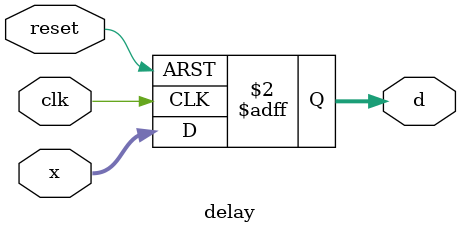
<source format=sv>
`timescale 1ns / 1ps
/*module delay(clk,reset,x,d );
input logic clk,reset;
input logic [31:0]x;
output reg [31:0]d;
always@(posedge clk or posedge reset)begin
    if(reset)
        d<=32'b0;
    else 
        d<=x;
end
endmodule*/
module delay #(parameter WIDTH = 32) (
    input  logic clk,
    input  logic reset,
    input  logic [WIDTH-1:0] x,
    output logic [WIDTH-1:0] d
);
    always_ff @(posedge clk or posedge reset) begin
        if (reset)
            d <= '0;
        else
            d <= x;
    end
endmodule

</source>
